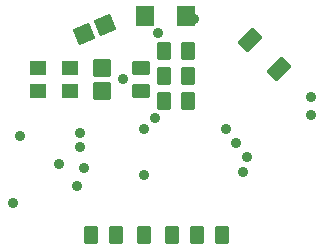
<source format=gbs>
G04 Layer: BottomSolderMaskLayer*
G04 EasyEDA v6.5.42, 2024-03-17 11:44:53*
G04 597a10fb728243aa825b0aea125d946e,ed70181f279245e6aff80281ee7dc86a,10*
G04 Gerber Generator version 0.2*
G04 Scale: 100 percent, Rotated: No, Reflected: No *
G04 Dimensions in millimeters *
G04 leading zeros omitted , absolute positions ,4 integer and 5 decimal *
%FSLAX45Y45*%
%MOMM*%

%AMMACRO1*1,1,$1,$2,$3*1,1,$1,$4,$5*1,1,$1,0-$2,0-$3*1,1,$1,0-$4,0-$5*20,1,$1,$2,$3,$4,$5,0*20,1,$1,$4,$5,0-$2,0-$3,0*20,1,$1,0-$2,0-$3,0-$4,0-$5,0*20,1,$1,0-$4,0-$5,$2,$3,0*4,1,4,$2,$3,$4,$5,0-$2,0-$3,0-$4,0-$5,$2,$3,0*%
%ADD10MACRO1,0.1016X-0.5X0.6885X0.5X0.6885*%
%ADD11R,1.4786X1.2341*%
%ADD12MACRO1,0.1016X-0.72X0.81X-0.72X-0.81*%
%ADD13MACRO1,0.1016X0.72X0.81X0.72X-0.81*%
%ADD14MACRO1,0.1016X0.99X0.2121X0.2121X0.9899*%
%ADD15MACRO1,0.1016X0.9899X0.2121X0.2121X0.9899*%
%ADD16MACRO1,0.1016X0.9127X-0.3459X0.3852X0.8968*%
%ADD17MACRO1,0.1016X-0.3852X-0.8968X-0.9127X0.3459*%
%ADD18MACRO1,0.1016X0.5X-0.6885X-0.5X-0.6885*%
%ADD19MACRO1,0.1016X0.6885X0.5X0.6885X-0.5*%
%ADD20MACRO1,0.1016X-0.675X-0.705X0.675X-0.705*%
%ADD21MACRO1,0.1016X-0.675X0.705X0.675X0.705*%
%ADD22C,0.9016*%

%LPD*%
D10*
G01*
X3479993Y3869993D03*
G01*
X3719992Y3869993D03*
G01*
X3929992Y3869993D03*
G01*
X4139991Y3869993D03*
G01*
X3239993Y3869993D03*
G01*
X3029993Y3869993D03*
D11*
G01*
X2850006Y5089982D03*
G01*
X2850006Y5289981D03*
D12*
G01*
X3836493Y5729988D03*
D13*
G01*
X3483491Y5729988D03*
D14*
G01*
X4620200Y5279781D03*
D15*
G01*
X4379782Y5520199D03*
D16*
G01*
X2967941Y5570914D03*
D17*
G01*
X3152046Y5649062D03*
D18*
G01*
X3850004Y5429987D03*
G01*
X3649979Y5429987D03*
G01*
X3850004Y5219978D03*
G01*
X3649979Y5219978D03*
G01*
X3850004Y5009995D03*
G01*
X3649979Y5009995D03*
D11*
G01*
X2580004Y5089982D03*
G01*
X2580004Y5289981D03*
D19*
G01*
X3449981Y5289981D03*
G01*
X3449981Y5089982D03*
D20*
G01*
X3119993Y5289991D03*
D21*
G01*
X3119993Y5089987D03*
D22*
G01*
X3899992Y5699988D03*
G01*
X4319981Y4409998D03*
G01*
X4350004Y4529988D03*
G01*
X4259986Y4649978D03*
G01*
X4169994Y4769993D03*
G01*
X3480003Y4769993D03*
G01*
X2939999Y4739995D03*
G01*
X2939999Y4619980D03*
G01*
X3599992Y5579998D03*
G01*
X3299993Y5189981D03*
G01*
X3569995Y4859985D03*
G01*
X2429992Y4709998D03*
G01*
X2369997Y4139996D03*
G01*
X2759989Y4469993D03*
G01*
X3480003Y4380001D03*
G01*
X4889982Y5039995D03*
G01*
X2969996Y4439996D03*
G01*
X2910001Y4289983D03*
G01*
X4889982Y4889982D03*
M02*

</source>
